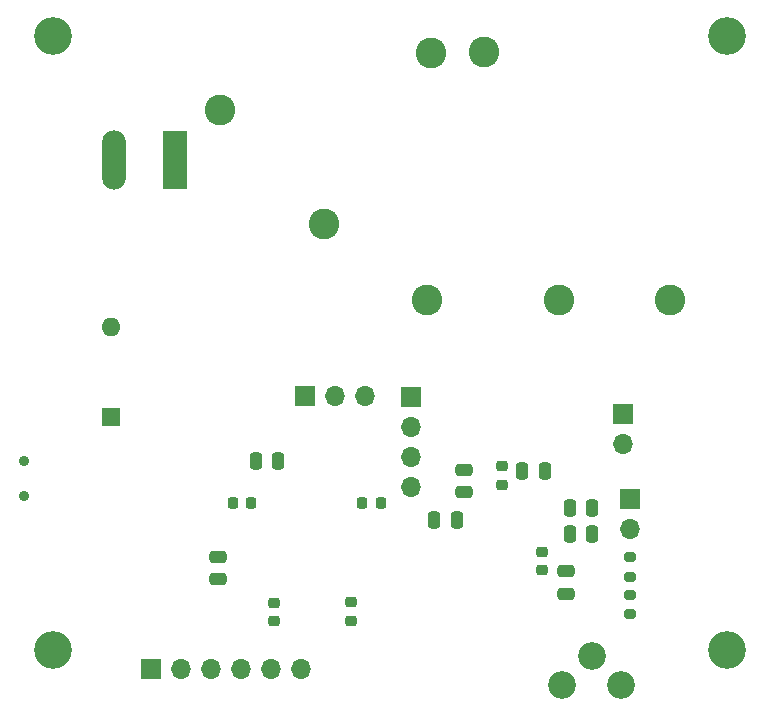
<source format=gbr>
%TF.GenerationSoftware,KiCad,Pcbnew,8.0.0*%
%TF.CreationDate,2024-03-06T15:24:16+01:00*%
%TF.ProjectId,EffectsPaddleBoard,45666665-6374-4735-9061-64646c65426f,rev?*%
%TF.SameCoordinates,Original*%
%TF.FileFunction,Soldermask,Bot*%
%TF.FilePolarity,Negative*%
%FSLAX46Y46*%
G04 Gerber Fmt 4.6, Leading zero omitted, Abs format (unit mm)*
G04 Created by KiCad (PCBNEW 8.0.0) date 2024-03-06 15:24:16*
%MOMM*%
%LPD*%
G01*
G04 APERTURE LIST*
G04 Aperture macros list*
%AMRoundRect*
0 Rectangle with rounded corners*
0 $1 Rounding radius*
0 $2 $3 $4 $5 $6 $7 $8 $9 X,Y pos of 4 corners*
0 Add a 4 corners polygon primitive as box body*
4,1,4,$2,$3,$4,$5,$6,$7,$8,$9,$2,$3,0*
0 Add four circle primitives for the rounded corners*
1,1,$1+$1,$2,$3*
1,1,$1+$1,$4,$5*
1,1,$1+$1,$6,$7*
1,1,$1+$1,$8,$9*
0 Add four rect primitives between the rounded corners*
20,1,$1+$1,$2,$3,$4,$5,0*
20,1,$1+$1,$4,$5,$6,$7,0*
20,1,$1+$1,$6,$7,$8,$9,0*
20,1,$1+$1,$8,$9,$2,$3,0*%
G04 Aperture macros list end*
%ADD10C,3.200000*%
%ADD11C,2.600000*%
%ADD12R,1.600000X1.600000*%
%ADD13O,1.600000X1.600000*%
%ADD14R,1.700000X1.700000*%
%ADD15O,1.700000X1.700000*%
%ADD16C,0.900000*%
%ADD17C,2.340000*%
%ADD18R,2.020000X5.020000*%
%ADD19O,2.020000X5.020000*%
%ADD20RoundRect,0.250000X0.475000X-0.250000X0.475000X0.250000X-0.475000X0.250000X-0.475000X-0.250000X0*%
%ADD21RoundRect,0.225000X-0.225000X-0.250000X0.225000X-0.250000X0.225000X0.250000X-0.225000X0.250000X0*%
%ADD22RoundRect,0.250000X-0.250000X-0.475000X0.250000X-0.475000X0.250000X0.475000X-0.250000X0.475000X0*%
%ADD23RoundRect,0.250000X0.250000X0.475000X-0.250000X0.475000X-0.250000X-0.475000X0.250000X-0.475000X0*%
%ADD24RoundRect,0.225000X0.250000X-0.225000X0.250000X0.225000X-0.250000X0.225000X-0.250000X-0.225000X0*%
%ADD25RoundRect,0.250000X-0.475000X0.250000X-0.475000X-0.250000X0.475000X-0.250000X0.475000X0.250000X0*%
%ADD26RoundRect,0.225000X-0.250000X0.225000X-0.250000X-0.225000X0.250000X-0.225000X0.250000X0.225000X0*%
%ADD27RoundRect,0.225000X0.225000X0.250000X-0.225000X0.250000X-0.225000X-0.250000X0.225000X-0.250000X0*%
%ADD28RoundRect,0.200000X0.275000X-0.200000X0.275000X0.200000X-0.275000X0.200000X-0.275000X-0.200000X0*%
G04 APERTURE END LIST*
D10*
%TO.C,H4*%
X188000000Y-109000000D03*
%TD*%
D11*
%TO.C,TP5*%
X145100000Y-63300000D03*
%TD*%
D12*
%TO.C,SW4*%
X135900000Y-89300000D03*
D13*
X135900000Y-81680000D03*
%TD*%
D11*
%TO.C,TP1*%
X162600000Y-79400000D03*
%TD*%
D14*
%TO.C,J6*%
X179800000Y-96200000D03*
D15*
X179800000Y-98740000D03*
%TD*%
D10*
%TO.C,H3*%
X188000000Y-57000000D03*
%TD*%
D14*
%TO.C,J2*%
X139300000Y-110600000D03*
D15*
X141840000Y-110600000D03*
X144380000Y-110600000D03*
X146920000Y-110600000D03*
X149460000Y-110600000D03*
X152000000Y-110600000D03*
%TD*%
D14*
%TO.C,J1*%
X152300000Y-87550000D03*
D15*
X154840000Y-87550000D03*
X157380000Y-87550000D03*
%TD*%
D11*
%TO.C,TP3*%
X162950000Y-58500000D03*
%TD*%
D16*
%TO.C,SW1*%
X128470000Y-93000000D03*
X128470000Y-96000000D03*
%TD*%
D17*
%TO.C,RV1*%
X174100000Y-112000000D03*
X176600000Y-109500000D03*
X179100000Y-112000000D03*
%TD*%
D18*
%TO.C,J3*%
X141280000Y-67500000D03*
D19*
X136100000Y-67500000D03*
%TD*%
D14*
%TO.C,J4*%
X161300000Y-87600000D03*
D15*
X161300000Y-90140000D03*
X161300000Y-92680000D03*
X161300000Y-95220000D03*
%TD*%
D11*
%TO.C,TP7*%
X173800000Y-79400000D03*
%TD*%
%TO.C,TP4*%
X167450000Y-58400000D03*
%TD*%
D10*
%TO.C,H2*%
X131000000Y-57000000D03*
%TD*%
D14*
%TO.C,J5*%
X179200000Y-89060000D03*
D15*
X179200000Y-91600000D03*
%TD*%
D10*
%TO.C,H1*%
X131000000Y-109000000D03*
%TD*%
D11*
%TO.C,TP6*%
X183200000Y-79400000D03*
%TD*%
%TO.C,TP2*%
X153900000Y-73000000D03*
%TD*%
D20*
%TO.C,C40*%
X144900000Y-103050000D03*
X144900000Y-101150000D03*
%TD*%
D21*
%TO.C,C1*%
X146200000Y-96600000D03*
X147750000Y-96600000D03*
%TD*%
D22*
%TO.C,C14*%
X174700000Y-97000000D03*
X176600000Y-97000000D03*
%TD*%
%TO.C,C6*%
X148150000Y-93000000D03*
X150050000Y-93000000D03*
%TD*%
D23*
%TO.C,C16*%
X165150000Y-98000000D03*
X163250000Y-98000000D03*
%TD*%
D24*
%TO.C,C5*%
X156200000Y-106550000D03*
X156200000Y-105000000D03*
%TD*%
D25*
%TO.C,C34*%
X174400000Y-102350000D03*
X174400000Y-104250000D03*
%TD*%
D22*
%TO.C,C36*%
X170700000Y-93900000D03*
X172600000Y-93900000D03*
%TD*%
D20*
%TO.C,C18*%
X165750000Y-95650000D03*
X165750000Y-93750000D03*
%TD*%
D24*
%TO.C,C4*%
X149700000Y-106575000D03*
X149700000Y-105025000D03*
%TD*%
D26*
%TO.C,C33*%
X172400000Y-100745000D03*
X172400000Y-102295000D03*
%TD*%
D24*
%TO.C,C35*%
X169000000Y-95025000D03*
X169000000Y-93475000D03*
%TD*%
D27*
%TO.C,C2*%
X158700000Y-96600000D03*
X157150000Y-96600000D03*
%TD*%
D28*
%TO.C,R12*%
X179800000Y-102825000D03*
X179800000Y-101175000D03*
%TD*%
%TO.C,R5*%
X179800000Y-106000000D03*
X179800000Y-104350000D03*
%TD*%
D22*
%TO.C,C12*%
X174700000Y-99200000D03*
X176600000Y-99200000D03*
%TD*%
M02*

</source>
